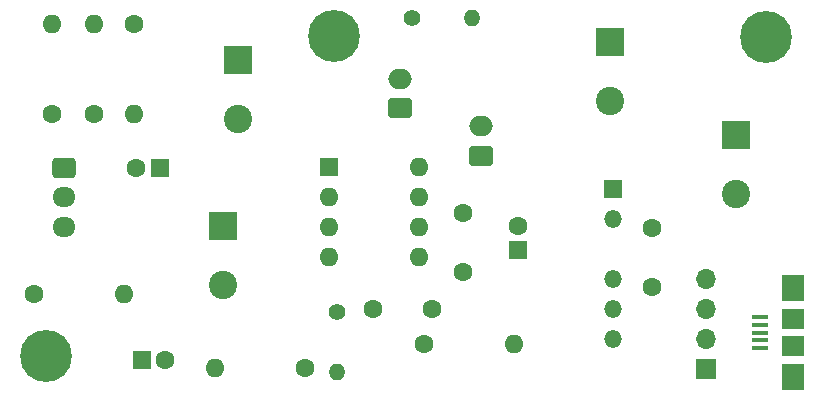
<source format=gts>
%TF.GenerationSoftware,KiCad,Pcbnew,6.0.0*%
%TF.CreationDate,2022-02-03T20:00:08+01:00*%
%TF.ProjectId,diy-schematics,6469792d-7363-4686-956d-61746963732e,rev?*%
%TF.SameCoordinates,Original*%
%TF.FileFunction,Soldermask,Top*%
%TF.FilePolarity,Negative*%
%FSLAX46Y46*%
G04 Gerber Fmt 4.6, Leading zero omitted, Abs format (unit mm)*
G04 Created by KiCad (PCBNEW 6.0.0) date 2022-02-03 20:00:08*
%MOMM*%
%LPD*%
G01*
G04 APERTURE LIST*
G04 Aperture macros list*
%AMRoundRect*
0 Rectangle with rounded corners*
0 $1 Rounding radius*
0 $2 $3 $4 $5 $6 $7 $8 $9 X,Y pos of 4 corners*
0 Add a 4 corners polygon primitive as box body*
4,1,4,$2,$3,$4,$5,$6,$7,$8,$9,$2,$3,0*
0 Add four circle primitives for the rounded corners*
1,1,$1+$1,$2,$3*
1,1,$1+$1,$4,$5*
1,1,$1+$1,$6,$7*
1,1,$1+$1,$8,$9*
0 Add four rect primitives between the rounded corners*
20,1,$1+$1,$2,$3,$4,$5,0*
20,1,$1+$1,$4,$5,$6,$7,0*
20,1,$1+$1,$6,$7,$8,$9,0*
20,1,$1+$1,$8,$9,$2,$3,0*%
G04 Aperture macros list end*
%ADD10R,1.600000X1.600000*%
%ADD11C,1.600000*%
%ADD12O,1.600000X1.600000*%
%ADD13R,2.400000X2.400000*%
%ADD14C,2.400000*%
%ADD15RoundRect,0.250000X0.750000X-0.600000X0.750000X0.600000X-0.750000X0.600000X-0.750000X-0.600000X0*%
%ADD16O,2.000000X1.700000*%
%ADD17R,1.900000X1.800000*%
%ADD18R,1.900000X2.300000*%
%ADD19R,1.400000X0.400000*%
%ADD20R,1.700000X1.700000*%
%ADD21O,1.700000X1.700000*%
%ADD22RoundRect,0.250000X-0.725000X0.600000X-0.725000X-0.600000X0.725000X-0.600000X0.725000X0.600000X0*%
%ADD23O,1.950000X1.700000*%
%ADD24O,1.400000X1.400000*%
%ADD25C,1.400000*%
%ADD26R,1.500000X1.500000*%
%ADD27O,1.500000X1.500000*%
%ADD28C,4.400000*%
G04 APERTURE END LIST*
D10*
%TO.C,C1*%
X41656000Y-178054000D03*
D11*
X39656000Y-178054000D03*
%TD*%
D12*
%TO.C,R5*%
X39508000Y-173482000D03*
D11*
X39508000Y-165862000D03*
%TD*%
D13*
%TO.C,C5*%
X79756000Y-167386000D03*
D14*
X79756000Y-172386000D03*
%TD*%
D11*
%TO.C,C10*%
X83312000Y-183134000D03*
X83312000Y-188134000D03*
%TD*%
%TO.C,C3*%
X67310000Y-186864000D03*
X67310000Y-181864000D03*
%TD*%
D14*
%TO.C,C4*%
X90424000Y-180260000D03*
D13*
X90424000Y-175260000D03*
%TD*%
%TO.C,C6*%
X48260000Y-168910000D03*
D14*
X48260000Y-173910000D03*
%TD*%
%TO.C,C7*%
X47000000Y-188000000D03*
D13*
X47000000Y-183000000D03*
%TD*%
D11*
%TO.C,C9*%
X59690000Y-189992000D03*
X64690000Y-189992000D03*
%TD*%
D15*
%TO.C,J2*%
X62000000Y-173000000D03*
D16*
X62000000Y-170500000D03*
%TD*%
D17*
%TO.C,J4*%
X95300000Y-190850000D03*
X95300000Y-193150000D03*
D18*
X95300000Y-188250000D03*
X95300000Y-195750000D03*
D19*
X92450000Y-190700000D03*
X92450000Y-191350000D03*
X92450000Y-192000000D03*
X92450000Y-192650000D03*
X92450000Y-193300000D03*
%TD*%
D20*
%TO.C,J5*%
X87884000Y-195072000D03*
D21*
X87884000Y-192532000D03*
X87884000Y-189992000D03*
X87884000Y-187452000D03*
%TD*%
D22*
%TO.C,J6*%
X33528000Y-178054000D03*
D23*
X33528000Y-180554000D03*
X33528000Y-183054000D03*
%TD*%
D12*
%TO.C,R1*%
X36068000Y-165862000D03*
D11*
X36068000Y-173482000D03*
%TD*%
%TO.C,R2*%
X31000000Y-188722000D03*
D12*
X38620000Y-188722000D03*
%TD*%
D11*
%TO.C,R3*%
X32512000Y-173482000D03*
D12*
X32512000Y-165862000D03*
%TD*%
%TO.C,R4*%
X46380000Y-195000000D03*
D11*
X54000000Y-195000000D03*
%TD*%
%TO.C,R6*%
X64000000Y-193000000D03*
D12*
X71620000Y-193000000D03*
%TD*%
D24*
%TO.C,R7*%
X68072000Y-165354000D03*
D25*
X62992000Y-165354000D03*
%TD*%
%TO.C,R8*%
X56642000Y-190246000D03*
D24*
X56642000Y-195326000D03*
%TD*%
D10*
%TO.C,U1*%
X56000000Y-178000000D03*
D12*
X63620000Y-185620000D03*
X56000000Y-180540000D03*
X63620000Y-183080000D03*
X56000000Y-183080000D03*
X63620000Y-180540000D03*
X56000000Y-185620000D03*
X63620000Y-178000000D03*
%TD*%
D26*
%TO.C,U2*%
X80010000Y-179832000D03*
D27*
X80010000Y-182372000D03*
X80010000Y-187452000D03*
X80010000Y-189992000D03*
X80010000Y-192532000D03*
%TD*%
D11*
%TO.C,C2*%
X42132000Y-194310000D03*
D10*
X40132000Y-194310000D03*
%TD*%
%TO.C,C8*%
X72000000Y-185000000D03*
D11*
X72000000Y-183000000D03*
%TD*%
D15*
%TO.C,J3*%
X68834000Y-177038000D03*
D16*
X68834000Y-174538000D03*
%TD*%
D28*
%TO.C,H1*%
X56388000Y-166878000D03*
%TD*%
%TO.C,H2*%
X93000000Y-167000000D03*
%TD*%
%TO.C,H3*%
X32000000Y-194000000D03*
%TD*%
M02*

</source>
